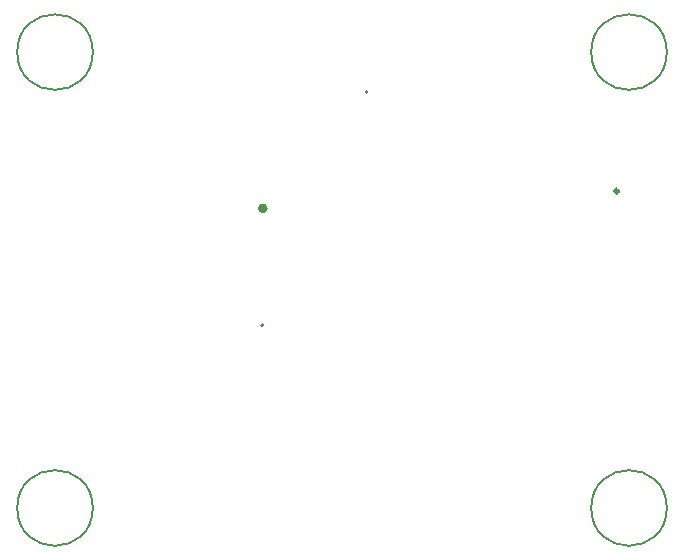
<source format=gbr>
%TF.GenerationSoftware,KiCad,Pcbnew,6.0.11-2627ca5db0~126~ubuntu22.04.1*%
%TF.CreationDate,2023-08-27T22:06:58+02:00*%
%TF.ProjectId,E73-2G4M08S1C-52840,4537332d-3247-4344-9d30-385331432d35,rev?*%
%TF.SameCoordinates,Original*%
%TF.FileFunction,Other,Comment*%
%FSLAX46Y46*%
G04 Gerber Fmt 4.6, Leading zero omitted, Abs format (unit mm)*
G04 Created by KiCad (PCBNEW 6.0.11-2627ca5db0~126~ubuntu22.04.1) date 2023-08-27 22:06:58*
%MOMM*%
%LPD*%
G01*
G04 APERTURE LIST*
%ADD10C,0.150000*%
%ADD11C,0.200000*%
%ADD12C,0.400000*%
%ADD13C,0.300000*%
G04 APERTURE END LIST*
D10*
%TO.C,H1*%
X6400000Y-3200000D02*
G75*
G03*
X6400000Y-3200000I-3200000J0D01*
G01*
%TO.C,H4*%
X6400000Y-41800000D02*
G75*
G03*
X6400000Y-41800000I-3200000J0D01*
G01*
%TO.C,U3*%
X29661000Y-6577500D02*
G75*
G03*
X29661000Y-6577500I-80000J0D01*
G01*
%TO.C,H2*%
X55000000Y-3200000D02*
G75*
G03*
X55000000Y-3200000I-3200000J0D01*
G01*
D11*
%TO.C,Q1*%
X20840000Y-26315000D02*
G75*
G03*
X20840000Y-26315000I-100000J0D01*
G01*
D12*
%TO.C,LDO1*%
X21000000Y-16430000D02*
G75*
G03*
X21000000Y-16430000I-200000J0D01*
G01*
D10*
%TO.C,H3*%
X55000000Y-41800000D02*
G75*
G03*
X55000000Y-41800000I-3200000J0D01*
G01*
D13*
%TO.C,U1*%
X50900000Y-14970000D02*
G75*
G03*
X50900000Y-14970000I-150000J0D01*
G01*
%TD*%
M02*

</source>
